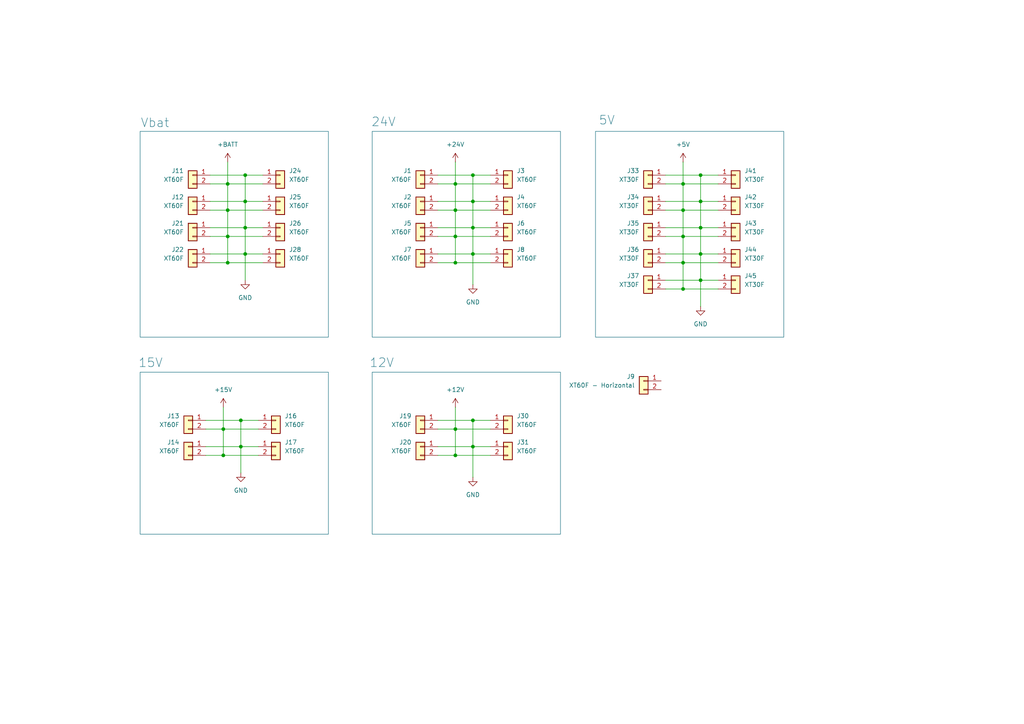
<source format=kicad_sch>
(kicad_sch (version 20231120) (generator "eeschema") (generator_version "8.0")
  (paper "A4")
  (title_block (title "Terminal Block") (rev "1") (company "Xplore") (comment 1 "Pedro Conde"))
  (lib_symbols
    (symbol "Connector_Generic:Conn_01x02" (pin_names (offset 1.016) hide)
      (property "Reference" "J" (at 0 2.54 0))
      (property "Value" "Conn_01x02" (at 0 -5.08 0))
      (symbol "Conn_01x02_1_1"
        (rectangle (start -1.27 -2.413) (end 0 -2.667) (stroke (width 0.1524)))
        (rectangle (start -1.27 0.127) (end 0 -0.127) (stroke (width 0.1524)))
        (rectangle (start -1.27 1.27) (end 1.27 -3.81) (stroke (width 0.254)) (fill (type background)))
        (pin passive line (at -5.08 0 0) (length 3.81) (name "Pin_1") (number "1"))
        (pin passive line (at -5.08 -2.54 0) (length 3.81) (name "Pin_2") (number "2"))
      )
    )
    (symbol "power:+12V" (power) (pin_numbers hide) (pin_names (offset 0) hide)
      (property "Value" "+12V" (at 0 3.556 0))
      (symbol "+12V_0_1"
        (polyline (pts (xy -0.762 1.27) (xy 0 2.54)))
        (polyline (pts (xy 0 0) (xy 0 2.54)))
        (polyline (pts (xy 0 2.54) (xy 0.762 1.27)))
      )
      (symbol "+12V_1_1"
        (pin power_in line (at 0 0 90) (length 0) (name "~") (number "1"))
      )
    )
    (symbol "power:+15V" (power) (pin_numbers hide) (pin_names (offset 0) hide)
      (property "Value" "+15V" (at 0 3.556 0))
      (symbol "+15V_0_1"
        (polyline (pts (xy -0.762 1.27) (xy 0 2.54)))
        (polyline (pts (xy 0 0) (xy 0 2.54)))
        (polyline (pts (xy 0 2.54) (xy 0.762 1.27)))
      )
      (symbol "+15V_1_1"
        (pin power_in line (at 0 0 90) (length 0) (name "~") (number "1"))
      )
    )
    (symbol "power:+24V" (power) (pin_numbers hide) (pin_names (offset 0) hide)
      (property "Value" "+24V" (at 0 3.556 0))
      (symbol "+24V_0_1"
        (polyline (pts (xy -0.762 1.27) (xy 0 2.54)))
        (polyline (pts (xy 0 0) (xy 0 2.54)))
        (polyline (pts (xy 0 2.54) (xy 0.762 1.27)))
      )
      (symbol "+24V_1_1"
        (pin power_in line (at 0 0 90) (length 0) (name "~") (number "1"))
      )
    )
    (symbol "power:+5V" (power) (pin_numbers hide) (pin_names (offset 0) hide)
      (property "Value" "+5V" (at 0 3.556 0))
      (symbol "+5V_0_1"
        (polyline (pts (xy -0.762 1.27) (xy 0 2.54)))
        (polyline (pts (xy 0 0) (xy 0 2.54)))
        (polyline (pts (xy 0 2.54) (xy 0.762 1.27)))
      )
      (symbol "+5V_1_1"
        (pin power_in line (at 0 0 90) (length 0) (name "~") (number "1"))
      )
    )
    (symbol "power:+BATT" (power) (pin_numbers hide) (pin_names (offset 0) hide)
      (property "Value" "+BATT" (at 0 3.556 0))
      (symbol "+BATT_0_1"
        (polyline (pts (xy -0.762 1.27) (xy 0 2.54)))
        (polyline (pts (xy 0 0) (xy 0 2.54)))
        (polyline (pts (xy 0 2.54) (xy 0.762 1.27)))
      )
      (symbol "+BATT_1_1"
        (pin power_in line (at 0 0 90) (length 0) (name "~") (number "1"))
      )
    )
    (symbol "power:GND" (power) (pin_numbers hide) (pin_names (offset 0) hide)
      (property "Value" "GND" (at 0 -3.81 0))
      (symbol "GND_0_1"
        (polyline (pts (xy 0 0) (xy 0 -1.27) (xy 1.27 -1.27) (xy 0 -2.54) (xy -1.27 -1.27) (xy 0 -1.27)))
      )
      (symbol "GND_1_1"
        (pin power_in line (at 0 0 270) (length 0) (name "~") (number "1"))
      )
    )
  )
  (junction (at 132.08 53.34))
  (junction (at 69.85 129.54))
  (junction (at 132.08 60.96))
  (junction (at 198.12 76.2))
  (junction (at 203.2 66.04))
  (junction (at 203.2 73.66))
  (junction (at 137.16 73.66))
  (junction (at 137.16 121.92))
  (junction (at 66.04 76.2))
  (junction (at 66.04 60.96))
  (junction (at 198.12 60.96))
  (junction (at 132.08 76.2))
  (junction (at 137.16 58.42))
  (junction (at 203.2 81.28))
  (junction (at 132.08 124.46))
  (junction (at 198.12 68.58))
  (junction (at 137.16 129.54))
  (junction (at 64.77 124.46))
  (junction (at 132.08 68.58))
  (junction (at 203.2 58.42))
  (junction (at 203.2 50.8))
  (junction (at 71.12 73.66))
  (junction (at 137.16 66.04))
  (junction (at 71.12 58.42))
  (junction (at 71.12 66.04))
  (junction (at 137.16 50.8))
  (junction (at 64.77 132.08))
  (junction (at 66.04 53.34))
  (junction (at 132.08 132.08))
  (junction (at 66.04 68.58))
  (junction (at 71.12 50.8))
  (junction (at 198.12 83.82))
  (junction (at 198.12 53.34))
  (junction (at 69.85 121.92))
  (wire (pts (xy 137.16 129.54) (xy 142.24 129.54)))
  (wire (pts (xy 203.2 73.66) (xy 203.2 81.28)))
  (wire (pts (xy 132.08 60.96) (xy 132.08 68.58)))
  (wire (pts (xy 66.04 53.34) (xy 66.04 60.96)))
  (wire (pts (xy 193.04 66.04) (xy 203.2 66.04)))
  (wire (pts (xy 198.12 68.58) (xy 208.28 68.58)))
  (wire (pts (xy 198.12 53.34) (xy 208.28 53.34)))
  (wire (pts (xy 59.69 129.54) (xy 69.85 129.54)))
  (wire (pts (xy 59.69 121.92) (xy 69.85 121.92)))
  (wire (pts (xy 127 76.2) (xy 132.08 76.2)))
  (wire (pts (xy 60.96 66.04) (xy 71.12 66.04)))
  (wire (pts (xy 69.85 129.54) (xy 74.93 129.54)))
  (wire (pts (xy 193.04 60.96) (xy 198.12 60.96)))
  (wire (pts (xy 193.04 83.82) (xy 198.12 83.82)))
  (wire (pts (xy 137.16 50.8) (xy 137.16 58.42)))
  (wire (pts (xy 60.96 76.2) (xy 66.04 76.2)))
  (wire (pts (xy 193.04 53.34) (xy 198.12 53.34)))
  (wire (pts (xy 203.2 50.8) (xy 208.28 50.8)))
  (wire (pts (xy 66.04 76.2) (xy 76.2 76.2)))
  (wire (pts (xy 64.77 132.08) (xy 74.93 132.08)))
  (wire (pts (xy 203.2 58.42) (xy 203.2 66.04)))
  (wire (pts (xy 132.08 124.46) (xy 142.24 124.46)))
  (wire (pts (xy 132.08 68.58) (xy 142.24 68.58)))
  (wire (pts (xy 132.08 46.99) (xy 132.08 53.34)))
  (wire (pts (xy 132.08 124.46) (xy 132.08 132.08)))
  (wire (pts (xy 132.08 60.96) (xy 142.24 60.96)))
  (wire (pts (xy 137.16 58.42) (xy 142.24 58.42)))
  (wire (pts (xy 127 129.54) (xy 137.16 129.54)))
  (wire (pts (xy 198.12 53.34) (xy 198.12 60.96)))
  (wire (pts (xy 137.16 121.92) (xy 137.16 129.54)))
  (wire (pts (xy 203.2 73.66) (xy 208.28 73.66)))
  (wire (pts (xy 71.12 73.66) (xy 71.12 81.28)))
  (wire (pts (xy 132.08 68.58) (xy 132.08 76.2)))
  (wire (pts (xy 193.04 50.8) (xy 203.2 50.8)))
  (wire (pts (xy 71.12 50.8) (xy 76.2 50.8)))
  (wire (pts (xy 71.12 66.04) (xy 76.2 66.04)))
  (wire (pts (xy 60.96 50.8) (xy 71.12 50.8)))
  (wire (pts (xy 203.2 58.42) (xy 208.28 58.42)))
  (wire (pts (xy 137.16 66.04) (xy 137.16 73.66)))
  (wire (pts (xy 198.12 76.2) (xy 208.28 76.2)))
  (wire (pts (xy 66.04 68.58) (xy 76.2 68.58)))
  (wire (pts (xy 198.12 60.96) (xy 198.12 68.58)))
  (wire (pts (xy 137.16 50.8) (xy 142.24 50.8)))
  (wire (pts (xy 127 58.42) (xy 137.16 58.42)))
  (wire (pts (xy 132.08 118.11) (xy 132.08 124.46)))
  (wire (pts (xy 127 66.04) (xy 137.16 66.04)))
  (wire (pts (xy 66.04 68.58) (xy 66.04 76.2)))
  (wire (pts (xy 193.04 73.66) (xy 203.2 73.66)))
  (wire (pts (xy 66.04 46.99) (xy 66.04 53.34)))
  (wire (pts (xy 127 124.46) (xy 132.08 124.46)))
  (wire (pts (xy 203.2 66.04) (xy 208.28 66.04)))
  (wire (pts (xy 127 68.58) (xy 132.08 68.58)))
  (wire (pts (xy 137.16 129.54) (xy 137.16 138.43)))
  (wire (pts (xy 132.08 53.34) (xy 142.24 53.34)))
  (wire (pts (xy 198.12 83.82) (xy 208.28 83.82)))
  (wire (pts (xy 198.12 46.99) (xy 198.12 53.34)))
  (wire (pts (xy 71.12 66.04) (xy 71.12 73.66)))
  (wire (pts (xy 127 53.34) (xy 132.08 53.34)))
  (wire (pts (xy 137.16 73.66) (xy 137.16 82.55)))
  (wire (pts (xy 59.69 124.46) (xy 64.77 124.46)))
  (wire (pts (xy 203.2 81.28) (xy 203.2 88.9)))
  (wire (pts (xy 71.12 58.42) (xy 71.12 66.04)))
  (wire (pts (xy 60.96 60.96) (xy 66.04 60.96)))
  (wire (pts (xy 127 121.92) (xy 137.16 121.92)))
  (wire (pts (xy 66.04 60.96) (xy 66.04 68.58)))
  (wire (pts (xy 64.77 118.11) (xy 64.77 124.46)))
  (wire (pts (xy 60.96 68.58) (xy 66.04 68.58)))
  (wire (pts (xy 127 73.66) (xy 137.16 73.66)))
  (wire (pts (xy 137.16 121.92) (xy 142.24 121.92)))
  (wire (pts (xy 203.2 66.04) (xy 203.2 73.66)))
  (wire (pts (xy 193.04 68.58) (xy 198.12 68.58)))
  (wire (pts (xy 69.85 129.54) (xy 69.85 137.16)))
  (wire (pts (xy 203.2 50.8) (xy 203.2 58.42)))
  (wire (pts (xy 71.12 50.8) (xy 71.12 58.42)))
  (wire (pts (xy 60.96 58.42) (xy 71.12 58.42)))
  (wire (pts (xy 59.69 132.08) (xy 64.77 132.08)))
  (wire (pts (xy 132.08 76.2) (xy 142.24 76.2)))
  (wire (pts (xy 127 60.96) (xy 132.08 60.96)))
  (wire (pts (xy 66.04 53.34) (xy 76.2 53.34)))
  (wire (pts (xy 127 132.08) (xy 132.08 132.08)))
  (wire (pts (xy 198.12 60.96) (xy 208.28 60.96)))
  (wire (pts (xy 193.04 58.42) (xy 203.2 58.42)))
  (wire (pts (xy 60.96 73.66) (xy 71.12 73.66)))
  (wire (pts (xy 198.12 68.58) (xy 198.12 76.2)))
  (wire (pts (xy 137.16 73.66) (xy 142.24 73.66)))
  (wire (pts (xy 193.04 76.2) (xy 198.12 76.2)))
  (wire (pts (xy 69.85 121.92) (xy 69.85 129.54)))
  (wire (pts (xy 132.08 132.08) (xy 142.24 132.08)))
  (wire (pts (xy 64.77 124.46) (xy 64.77 132.08)))
  (wire (pts (xy 60.96 53.34) (xy 66.04 53.34)))
  (wire (pts (xy 71.12 73.66) (xy 76.2 73.66)))
  (wire (pts (xy 193.04 81.28) (xy 203.2 81.28)))
  (wire (pts (xy 198.12 76.2) (xy 198.12 83.82)))
  (wire (pts (xy 132.08 53.34) (xy 132.08 60.96)))
  (wire (pts (xy 137.16 58.42) (xy 137.16 66.04)))
  (wire (pts (xy 137.16 66.04) (xy 142.24 66.04)))
  (wire (pts (xy 127 50.8) (xy 137.16 50.8)))
  (wire (pts (xy 203.2 81.28) (xy 208.28 81.28)))
  (wire (pts (xy 71.12 58.42) (xy 76.2 58.42)))
  (wire (pts (xy 66.04 60.96) (xy 76.2 60.96)))
  (wire (pts (xy 69.85 121.92) (xy 74.93 121.92)))
  (wire (pts (xy 64.77 124.46) (xy 74.93 124.46)))
  (rectangle (start 172.72 38.1) (end 227.33 97.79) (stroke (width 0) (color 40 121 137 1)))
  (rectangle (start 107.95 107.95) (end 162.56 154.94) (stroke (width 0) (color 40 121 137 1)))
  (rectangle (start 107.95 38.1) (end 162.56 97.79) (stroke (width 0) (color 40 121 137 1)))
  (rectangle (start 40.64 38.1) (end 95.25 97.79) (stroke (width 0) (color 40 121 137 1)))
  (rectangle (start 40.64 107.95) (end 95.25 154.94) (stroke (width 0) (color 40 121 137 1)))
  (text "15V\n" (at 43.688 105.41 0) (effects (font (size 2.54 2.54))))
  (text "Vbat" (at 44.958 35.814 0) (effects (font (size 2.54 2.54))))
  (text "24V\n" (at 111.252 35.56 0) (effects (font (size 2.54 2.54))))
  (text "5V" (at 176.022 35.052 0) (effects (font (size 2.54 2.54))))
  (text "12V\n" (at 110.744 105.41 0) (effects (font (size 2.54 2.54))))
  (symbol (lib_id "Connector_Generic:Conn_01x02") (at 80.01 129.54 0) (unit 1)
    (property "Reference" "J17" (at 82.55 128.2699 0) (effects (justify left)))
    (property "Value" "XT60F" (at 82.55 130.8099 0) (effects (justify left)))
    (property "Footprint" "Connector_AMASS:AMASS_XT60-F_1x02_P7.20mm_Vertical" (effects (hide yes)))
    (property "Description" "Generic connector, single row, 01x02, script generated (kicad-library-utils/schlib/autogen/connector/)" (effects (hide yes)))
  )
  (symbol (lib_id "Connector_Generic:Conn_01x02") (at 187.96 50.8 0) (mirror y) (unit 1)
    (property "Reference" "J33" (at 185.42 49.5299 0) (effects (justify left)))
    (property "Value" "XT30F" (at 185.42 52.0699 0) (effects (justify left)))
    (property "Footprint" "Connector_AMASS:AMASS_XT30UPB-F_1x02_P5.0mm_Vertical" (effects (hide yes)))
    (property "Description" "Generic connector, single row, 01x02, script generated (kicad-library-utils/schlib/autogen/connector/)" (effects (hide yes)))
  )
  (symbol (lib_id "Connector_Generic:Conn_01x02") (at 147.32 129.54 0) (unit 1)
    (property "Reference" "J31" (at 149.86 128.2699 0) (effects (justify left)))
    (property "Value" "XT60F" (at 149.86 130.8099 0) (effects (justify left)))
    (property "Footprint" "Connector_AMASS:AMASS_XT60-F_1x02_P7.20mm_Vertical" (effects (hide yes)))
    (property "Description" "Generic connector, single row, 01x02, script generated (kicad-library-utils/schlib/autogen/connector/)" (effects (hide yes)))
  )
  (symbol (lib_id "power:+24V") (at 132.08 46.99 0) (unit 1)
    (property "Reference" "#PWR01" (effects (hide yes)))
    (property "Value" "+24V" (at 132.08 41.91 0))
    (property "Description" "Power symbol creates a global label with name \"+24V\"" (effects (hide yes)))
  )
  (symbol (lib_id "Connector_Generic:Conn_01x02") (at 54.61 121.92 0) (mirror y) (unit 1)
    (property "Reference" "J13" (at 52.07 120.6499 0) (effects (justify left)))
    (property "Value" "XT60F" (at 52.07 123.1899 0) (effects (justify left)))
    (property "Footprint" "Connector_AMASS:AMASS_XT60-F_1x02_P7.20mm_Vertical" (effects (hide yes)))
    (property "Description" "Generic connector, single row, 01x02, script generated (kicad-library-utils/schlib/autogen/connector/)" (effects (hide yes)))
  )
  (symbol (lib_id "Connector_Generic:Conn_01x02") (at 147.32 121.92 0) (unit 1)
    (property "Reference" "J30" (at 149.86 120.6499 0) (effects (justify left)))
    (property "Value" "XT60F" (at 149.86 123.1899 0) (effects (justify left)))
    (property "Footprint" "Connector_AMASS:AMASS_XT60-F_1x02_P7.20mm_Vertical" (effects (hide yes)))
    (property "Description" "Generic connector, single row, 01x02, script generated (kicad-library-utils/schlib/autogen/connector/)" (effects (hide yes)))
  )
  (symbol (lib_id "Connector_Generic:Conn_01x02") (at 80.01 121.92 0) (unit 1)
    (property "Reference" "J16" (at 82.55 120.6499 0) (effects (justify left)))
    (property "Value" "XT60F" (at 82.55 123.1899 0) (effects (justify left)))
    (property "Footprint" "Connector_AMASS:AMASS_XT60-F_1x02_P7.20mm_Vertical" (effects (hide yes)))
    (property "Description" "Generic connector, single row, 01x02, script generated (kicad-library-utils/schlib/autogen/connector/)" (effects (hide yes)))
  )
  (symbol (lib_id "Connector_Generic:Conn_01x02") (at 55.88 58.42 0) (mirror y) (unit 1)
    (property "Reference" "J12" (at 53.34 57.1499 0) (effects (justify left)))
    (property "Value" "XT60F" (at 53.34 59.6899 0) (effects (justify left)))
    (property "Footprint" "Connector_AMASS:AMASS_XT60-F_1x02_P7.20mm_Vertical" (effects (hide yes)))
    (property "Description" "Generic connector, single row, 01x02, script generated (kicad-library-utils/schlib/autogen/connector/)" (effects (hide yes)))
  )
  (symbol (lib_id "Connector_Generic:Conn_01x02") (at 147.32 50.8 0) (unit 1)
    (property "Reference" "J3" (at 149.86 49.5299 0) (effects (justify left)))
    (property "Value" "XT60F" (at 149.86 52.0699 0) (effects (justify left)))
    (property "Footprint" "Connector_AMASS:AMASS_XT60-F_1x02_P7.20mm_Vertical" (effects (hide yes)))
    (property "Description" "Generic connector, single row, 01x02, script generated (kicad-library-utils/schlib/autogen/connector/)" (effects (hide yes)))
  )
  (symbol (lib_id "Connector_Generic:Conn_01x02") (at 54.61 129.54 0) (mirror y) (unit 1)
    (property "Reference" "J14" (at 52.07 128.2699 0) (effects (justify left)))
    (property "Value" "XT60F" (at 52.07 130.8099 0) (effects (justify left)))
    (property "Footprint" "Connector_AMASS:AMASS_XT60-F_1x02_P7.20mm_Vertical" (effects (hide yes)))
    (property "Description" "Generic connector, single row, 01x02, script generated (kicad-library-utils/schlib/autogen/connector/)" (effects (hide yes)))
  )
  (symbol (lib_id "Connector_Generic:Conn_01x02") (at 147.32 66.04 0) (unit 1)
    (property "Reference" "J6" (at 149.86 64.7699 0) (effects (justify left)))
    (property "Value" "XT60F" (at 149.86 67.3099 0) (effects (justify left)))
    (property "Footprint" "Connector_AMASS:AMASS_XT60-F_1x02_P7.20mm_Vertical" (effects (hide yes)))
    (property "Description" "Generic connector, single row, 01x02, script generated (kicad-library-utils/schlib/autogen/connector/)" (effects (hide yes)))
  )
  (symbol (lib_id "Connector_Generic:Conn_01x02") (at 81.28 50.8 0) (unit 1)
    (property "Reference" "J24" (at 83.82 49.5299 0) (effects (justify left)))
    (property "Value" "XT60F" (at 83.82 52.0699 0) (effects (justify left)))
    (property "Footprint" "Connector_AMASS:AMASS_XT60-F_1x02_P7.20mm_Vertical" (effects (hide yes)))
    (property "Description" "Generic connector, single row, 01x02, script generated (kicad-library-utils/schlib/autogen/connector/)" (effects (hide yes)))
  )
  (symbol (lib_id "Connector_Generic:Conn_01x02") (at 121.92 50.8 0) (mirror y) (unit 1)
    (property "Reference" "J1" (at 119.38 49.5299 0) (effects (justify left)))
    (property "Value" "XT60F" (at 119.38 52.0699 0) (effects (justify left)))
    (property "Footprint" "Connector_AMASS:AMASS_XT60-F_1x02_P7.20mm_Vertical" (effects (hide yes)))
    (property "Description" "Generic connector, single row, 01x02, script generated (kicad-library-utils/schlib/autogen/connector/)" (effects (hide yes)))
  )
  (symbol (lib_id "Connector_Generic:Conn_01x02") (at 121.92 66.04 0) (mirror y) (unit 1)
    (property "Reference" "J5" (at 119.38 64.7699 0) (effects (justify left)))
    (property "Value" "XT60F" (at 119.38 67.3099 0) (effects (justify left)))
    (property "Footprint" "Connector_AMASS:AMASS_XT60-F_1x02_P7.20mm_Vertical" (effects (hide yes)))
    (property "Description" "Generic connector, single row, 01x02, script generated (kicad-library-utils/schlib/autogen/connector/)" (effects (hide yes)))
  )
  (symbol (lib_id "Connector_Generic:Conn_01x02") (at 187.96 81.28 0) (mirror y) (unit 1)
    (property "Reference" "J37" (at 185.42 80.0099 0) (effects (justify left)))
    (property "Value" "XT30F" (at 185.42 82.5499 0) (effects (justify left)))
    (property "Footprint" "Connector_AMASS:AMASS_XT30UPB-M_1x02_P5.0mm_Vertical" (effects (hide yes)))
    (property "Description" "Generic connector, single row, 01x02, script generated (kicad-library-utils/schlib/autogen/connector/)" (effects (hide yes)))
  )
  (symbol (lib_id "Connector_Generic:Conn_01x02") (at 186.69 110.49 0) (mirror y) (unit 1)
    (property "Reference" "J9" (at 184.15 109.2199 0) (effects (justify left)))
    (property "Value" "XT60F - Horizontal" (at 184.15 111.7599 0) (effects (justify left)))
    (property "Footprint" "Connector_AMASS:AMASS_XT30UPB-M_1x02_P5.0mm_Vertical" (effects (hide yes)))
    (property "Description" "Generic connector, single row, 01x02, script generated (kicad-library-utils/schlib/autogen/connector/)" (effects (hide yes)))
  )
  (symbol (lib_id "Connector_Generic:Conn_01x02") (at 121.92 58.42 0) (mirror y) (unit 1)
    (property "Reference" "J2" (at 119.38 57.1499 0) (effects (justify left)))
    (property "Value" "XT60F" (at 119.38 59.6899 0) (effects (justify left)))
    (property "Footprint" "Connector_AMASS:AMASS_XT60-F_1x02_P7.20mm_Vertical" (effects (hide yes)))
    (property "Description" "Generic connector, single row, 01x02, script generated (kicad-library-utils/schlib/autogen/connector/)" (effects (hide yes)))
  )
  (symbol (lib_id "Connector_Generic:Conn_01x02") (at 81.28 66.04 0) (unit 1)
    (property "Reference" "J26" (at 83.82 64.7699 0) (effects (justify left)))
    (property "Value" "XT60F" (at 83.82 67.3099 0) (effects (justify left)))
    (property "Footprint" "Connector_AMASS:AMASS_XT60-F_1x02_P7.20mm_Vertical" (effects (hide yes)))
    (property "Description" "Generic connector, single row, 01x02, script generated (kicad-library-utils/schlib/autogen/connector/)" (effects (hide yes)))
  )
  (symbol (lib_id "Connector_Generic:Conn_01x02") (at 187.96 66.04 0) (mirror y) (unit 1)
    (property "Reference" "J35" (at 185.42 64.7699 0) (effects (justify left)))
    (property "Value" "XT30F" (at 185.42 67.3099 0) (effects (justify left)))
    (property "Footprint" "Connector_AMASS:AMASS_XT30UPB-M_1x02_P5.0mm_Vertical" (effects (hide yes)))
    (property "Description" "Generic connector, single row, 01x02, script generated (kicad-library-utils/schlib/autogen/connector/)" (effects (hide yes)))
  )
  (symbol (lib_id "power:GND") (at 137.16 138.43 0) (unit 1)
    (property "Reference" "#PWR010" (effects (hide yes)))
    (property "Value" "GND" (at 137.16 143.51 0))
    (property "Description" "Power symbol creates a global label with name \"GND\" , ground" (effects (hide yes)))
  )
  (symbol (lib_id "power:GND") (at 203.2 88.9 0) (unit 1)
    (property "Reference" "#PWR09" (effects (hide yes)))
    (property "Value" "GND" (at 203.2 93.98 0))
    (property "Description" "Power symbol creates a global label with name \"GND\" , ground" (effects (hide yes)))
  )
  (symbol (lib_id "Connector_Generic:Conn_01x02") (at 213.36 66.04 0) (unit 1)
    (property "Reference" "J43" (at 215.9 64.7699 0) (effects (justify left)))
    (property "Value" "XT30F" (at 215.9 67.3099 0) (effects (justify left)))
    (property "Footprint" "Connector_AMASS:AMASS_XT30UPB-M_1x02_P5.0mm_Vertical" (effects (hide yes)))
    (property "Description" "Generic connector, single row, 01x02, script generated (kicad-library-utils/schlib/autogen/connector/)" (effects (hide yes)))
  )
  (symbol (lib_id "Connector_Generic:Conn_01x02") (at 81.28 58.42 0) (unit 1)
    (property "Reference" "J25" (at 83.82 57.1499 0) (effects (justify left)))
    (property "Value" "XT60F" (at 83.82 59.6899 0) (effects (justify left)))
    (property "Footprint" "Connector_AMASS:AMASS_XT60-F_1x02_P7.20mm_Vertical" (effects (hide yes)))
    (property "Description" "Generic connector, single row, 01x02, script generated (kicad-library-utils/schlib/autogen/connector/)" (effects (hide yes)))
  )
  (symbol (lib_id "Connector_Generic:Conn_01x02") (at 55.88 73.66 0) (mirror y) (unit 1)
    (property "Reference" "J22" (at 53.34 72.3899 0) (effects (justify left)))
    (property "Value" "XT60F" (at 53.34 74.9299 0) (effects (justify left)))
    (property "Footprint" "Connector_AMASS:AMASS_XT60-F_1x02_P7.20mm_Vertical" (effects (hide yes)))
    (property "Description" "Generic connector, single row, 01x02, script generated (kicad-library-utils/schlib/autogen/connector/)" (effects (hide yes)))
  )
  (symbol (lib_id "power:+15V") (at 64.77 118.11 0) (unit 1)
    (property "Reference" "#PWR05" (effects (hide yes)))
    (property "Value" "+15V" (at 64.77 113.03 0))
    (property "Description" "Power symbol creates a global label with name \"+15V\"" (effects (hide yes)))
  )
  (symbol (lib_id "Connector_Generic:Conn_01x02") (at 213.36 58.42 0) (unit 1)
    (property "Reference" "J42" (at 215.9 57.1499 0) (effects (justify left)))
    (property "Value" "XT30F" (at 215.9 59.6899 0) (effects (justify left)))
    (property "Footprint" "Connector_AMASS:AMASS_XT30UPB-M_1x02_P5.0mm_Vertical" (effects (hide yes)))
    (property "Description" "Generic connector, single row, 01x02, script generated (kicad-library-utils/schlib/autogen/connector/)" (effects (hide yes)))
  )
  (symbol (lib_id "Connector_Generic:Conn_01x02") (at 213.36 50.8 0) (unit 1)
    (property "Reference" "J41" (at 215.9 49.5299 0) (effects (justify left)))
    (property "Value" "XT30F" (at 215.9 52.0699 0) (effects (justify left)))
    (property "Footprint" "Connector_AMASS:AMASS_XT30UPB-M_1x02_P5.0mm_Vertical" (effects (hide yes)))
    (property "Description" "Generic connector, single row, 01x02, script generated (kicad-library-utils/schlib/autogen/connector/)" (effects (hide yes)))
  )
  (symbol (lib_id "Connector_Generic:Conn_01x02") (at 147.32 58.42 0) (unit 1)
    (property "Reference" "J4" (at 149.86 57.1499 0) (effects (justify left)))
    (property "Value" "XT60F" (at 149.86 59.6899 0) (effects (justify left)))
    (property "Footprint" "Connector_AMASS:AMASS_XT60-F_1x02_P7.20mm_Vertical" (effects (hide yes)))
    (property "Description" "Generic connector, single row, 01x02, script generated (kicad-library-utils/schlib/autogen/connector/)" (effects (hide yes)))
  )
  (symbol (lib_id "power:+12V") (at 132.08 118.11 0) (unit 1)
    (property "Reference" "#PWR03" (effects (hide yes)))
    (property "Value" "+12V" (at 132.08 113.03 0))
    (property "Description" "Power symbol creates a global label with name \"+12V\"" (effects (hide yes)))
  )
  (symbol (lib_id "Connector_Generic:Conn_01x02") (at 121.92 121.92 0) (mirror y) (unit 1)
    (property "Reference" "J19" (at 119.38 120.6499 0) (effects (justify left)))
    (property "Value" "XT60F" (at 119.38 123.1899 0) (effects (justify left)))
    (property "Footprint" "Connector_AMASS:AMASS_XT60-F_1x02_P7.20mm_Vertical" (effects (hide yes)))
    (property "Description" "Generic connector, single row, 01x02, script generated (kicad-library-utils/schlib/autogen/connector/)" (effects (hide yes)))
  )
  (symbol (lib_id "Connector_Generic:Conn_01x02") (at 81.28 73.66 0) (unit 1)
    (property "Reference" "J28" (at 83.82 72.3899 0) (effects (justify left)))
    (property "Value" "XT60F" (at 83.82 74.9299 0) (effects (justify left)))
    (property "Footprint" "Connector_AMASS:AMASS_XT60-F_1x02_P7.20mm_Vertical" (effects (hide yes)))
    (property "Description" "Generic connector, single row, 01x02, script generated (kicad-library-utils/schlib/autogen/connector/)" (effects (hide yes)))
  )
  (symbol (lib_id "power:GND") (at 69.85 137.16 0) (unit 1)
    (property "Reference" "#PWR04" (effects (hide yes)))
    (property "Value" "GND" (at 69.85 142.24 0))
    (property "Description" "Power symbol creates a global label with name \"GND\" , ground" (effects (hide yes)))
  )
  (symbol (lib_id "power:+5V") (at 198.12 46.99 0) (unit 1)
    (property "Reference" "#PWR08" (effects (hide yes)))
    (property "Value" "+5V" (at 198.12 41.91 0))
    (property "Description" "Power symbol creates a global label with name \"+5V\"" (effects (hide yes)))
  )
  (symbol (lib_id "Connector_Generic:Conn_01x02") (at 187.96 58.42 0) (mirror y) (unit 1)
    (property "Reference" "J34" (at 185.42 57.1499 0) (effects (justify left)))
    (property "Value" "XT30F" (at 185.42 59.6899 0) (effects (justify left)))
    (property "Footprint" "Connector_AMASS:AMASS_XT30UPB-M_1x02_P5.0mm_Vertical" (effects (hide yes)))
    (property "Description" "Generic connector, single row, 01x02, script generated (kicad-library-utils/schlib/autogen/connector/)" (effects (hide yes)))
  )
  (symbol (lib_id "Connector_Generic:Conn_01x02") (at 213.36 81.28 0) (unit 1)
    (property "Reference" "J45" (at 215.9 80.0099 0) (effects (justify left)))
    (property "Value" "XT30F" (at 215.9 82.5499 0) (effects (justify left)))
    (property "Footprint" "Connector_AMASS:AMASS_XT30UPB-M_1x02_P5.0mm_Vertical" (effects (hide yes)))
    (property "Description" "Generic connector, single row, 01x02, script generated (kicad-library-utils/schlib/autogen/connector/)" (effects (hide yes)))
  )
  (symbol (lib_id "Connector_Generic:Conn_01x02") (at 121.92 129.54 0) (mirror y) (unit 1)
    (property "Reference" "J20" (at 119.38 128.2699 0) (effects (justify left)))
    (property "Value" "XT60F" (at 119.38 130.8099 0) (effects (justify left)))
    (property "Footprint" "Connector_AMASS:AMASS_XT60-F_1x02_P7.20mm_Vertical" (effects (hide yes)))
    (property "Description" "Generic connector, single row, 01x02, script generated (kicad-library-utils/schlib/autogen/connector/)" (effects (hide yes)))
  )
  (symbol (lib_id "Connector_Generic:Conn_01x02") (at 55.88 66.04 0) (mirror y) (unit 1)
    (property "Reference" "J21" (at 53.34 64.7699 0) (effects (justify left)))
    (property "Value" "XT60F" (at 53.34 67.3099 0) (effects (justify left)))
    (property "Footprint" "Connector_AMASS:AMASS_XT60-F_1x02_P7.20mm_Vertical" (effects (hide yes)))
    (property "Description" "Generic connector, single row, 01x02, script generated (kicad-library-utils/schlib/autogen/connector/)" (effects (hide yes)))
  )
  (symbol (lib_id "power:GND") (at 71.12 81.28 0) (unit 1)
    (property "Reference" "#PWR07" (effects (hide yes)))
    (property "Value" "GND" (at 71.12 86.36 0))
    (property "Description" "Power symbol creates a global label with name \"GND\" , ground" (effects (hide yes)))
  )
  (symbol (lib_id "power:+BATT") (at 66.04 46.99 0) (unit 1)
    (property "Reference" "#PWR06" (effects (hide yes)))
    (property "Value" "+BATT" (at 66.04 41.91 0))
    (property "Description" "Power symbol creates a global label with name \"+BATT\"" (effects (hide yes)))
  )
  (symbol (lib_id "Connector_Generic:Conn_01x02") (at 55.88 50.8 0) (mirror y) (unit 1)
    (property "Reference" "J11" (at 53.34 49.5299 0) (effects (justify left)))
    (property "Value" "XT60F" (at 53.34 52.0699 0) (effects (justify left)))
    (property "Footprint" "Connector_AMASS:AMASS_XT60-F_1x02_P7.20mm_Vertical" (effects (hide yes)))
    (property "Description" "Generic connector, single row, 01x02, script generated (kicad-library-utils/schlib/autogen/connector/)" (effects (hide yes)))
  )
  (symbol (lib_id "Connector_Generic:Conn_01x02") (at 213.36 73.66 0) (unit 1)
    (property "Reference" "J44" (at 215.9 72.3899 0) (effects (justify left)))
    (property "Value" "XT30F" (at 215.9 74.9299 0) (effects (justify left)))
    (property "Footprint" "Connector_AMASS:AMASS_XT30UPB-M_1x02_P5.0mm_Vertical" (effects (hide yes)))
    (property "Description" "Generic connector, single row, 01x02, script generated (kicad-library-utils/schlib/autogen/connector/)" (effects (hide yes)))
  )
  (symbol (lib_id "power:GND") (at 137.16 82.55 0) (unit 1)
    (property "Reference" "#PWR02" (effects (hide yes)))
    (property "Value" "GND" (at 137.16 87.63 0))
    (property "Description" "Power symbol creates a global label with name \"GND\" , ground" (effects (hide yes)))
  )
  (symbol (lib_id "Connector_Generic:Conn_01x02") (at 147.32 73.66 0) (unit 1)
    (property "Reference" "J8" (at 149.86 72.3899 0) (effects (justify left)))
    (property "Value" "XT60F" (at 149.86 74.9299 0) (effects (justify left)))
    (property "Footprint" "Connector_AMASS:AMASS_XT60-F_1x02_P7.20mm_Vertical" (effects (hide yes)))
    (property "Description" "Generic connector, single row, 01x02, script generated (kicad-library-utils/schlib/autogen/connector/)" (effects (hide yes)))
  )
  (symbol (lib_id "Connector_Generic:Conn_01x02") (at 187.96 73.66 0) (mirror y) (unit 1)
    (property "Reference" "J36" (at 185.42 72.3899 0) (effects (justify left)))
    (property "Value" "XT30F" (at 185.42 74.9299 0) (effects (justify left)))
    (property "Footprint" "Connector_AMASS:AMASS_XT30UPB-M_1x02_P5.0mm_Vertical" (effects (hide yes)))
    (property "Description" "Generic connector, single row, 01x02, script generated (kicad-library-utils/schlib/autogen/connector/)" (effects (hide yes)))
  )
  (symbol (lib_id "Connector_Generic:Conn_01x02") (at 121.92 73.66 0) (mirror y) (unit 1)
    (property "Reference" "J7" (at 119.38 72.3899 0) (effects (justify left)))
    (property "Value" "XT60F" (at 119.38 74.9299 0) (effects (justify left)))
    (property "Footprint" "Connector_AMASS:AMASS_XT60-F_1x02_P7.20mm_Vertical" (effects (hide yes)))
    (property "Description" "Generic connector, single row, 01x02, script generated (kicad-library-utils/schlib/autogen/connector/)" (effects (hide yes)))
  )
)
</source>
